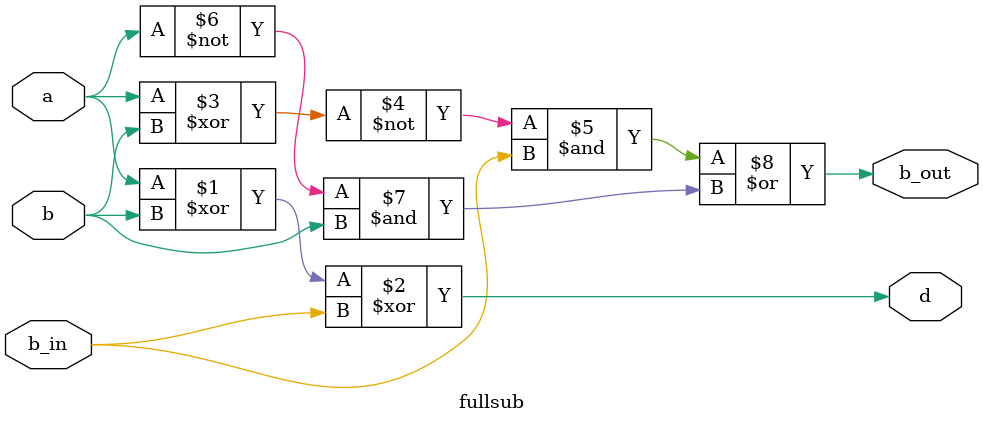
<source format=v>
`timescale 1ns / 1ps


module fullsub(
    input a, b, b_in,
    output d, b_out 
    );
   
    assign d = a ^ b ^ b_in;
    assign b_out = (~(a ^ b) & b_in) | (~a & b);
endmodule

</source>
